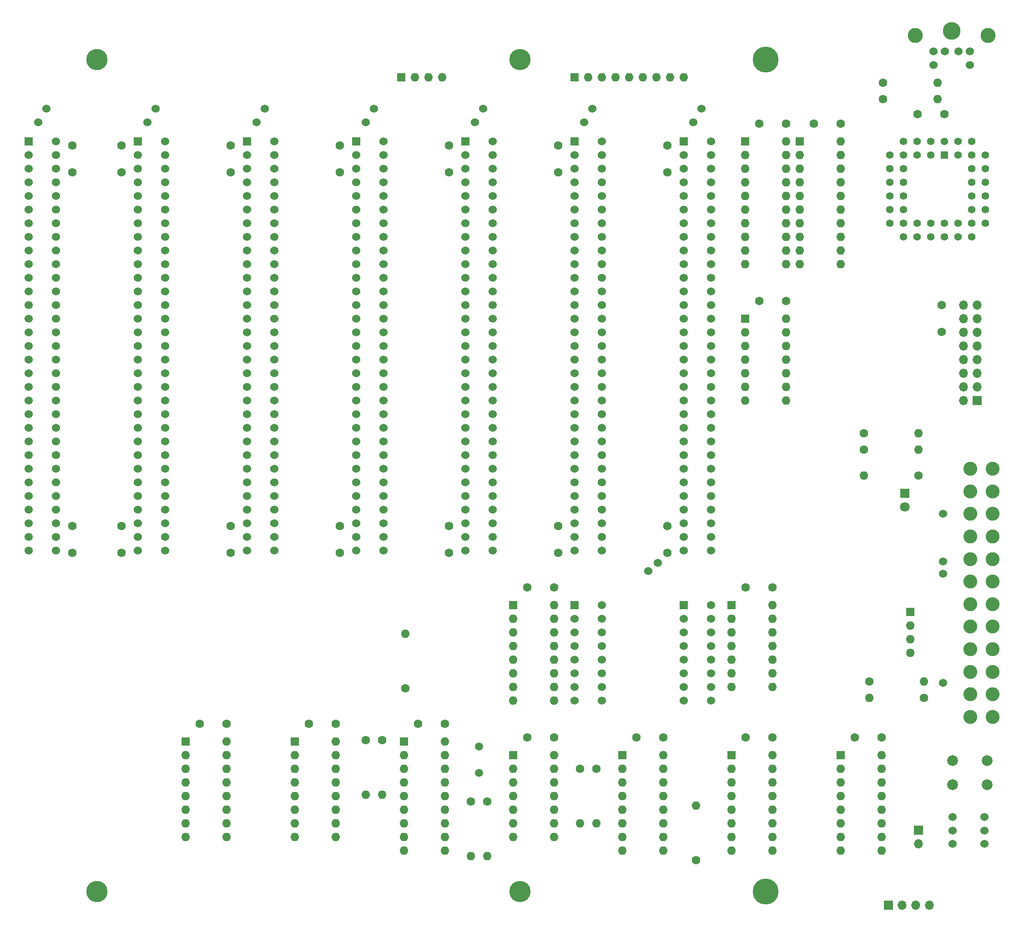
<source format=gbr>
G04 #@! TF.GenerationSoftware,KiCad,Pcbnew,(5.1.8)-1*
G04 #@! TF.CreationDate,2022-05-28T15:43:51-06:00*
G04 #@! TF.ProjectId,Multi,4d756c74-692e-46b6-9963-61645f706362,rev?*
G04 #@! TF.SameCoordinates,Original*
G04 #@! TF.FileFunction,Soldermask,Top*
G04 #@! TF.FilePolarity,Negative*
%FSLAX46Y46*%
G04 Gerber Fmt 4.6, Leading zero omitted, Abs format (unit mm)*
G04 Created by KiCad (PCBNEW (5.1.8)-1) date 2022-05-28 15:43:51*
%MOMM*%
%LPD*%
G01*
G04 APERTURE LIST*
%ADD10O,1.600000X1.600000*%
%ADD11R,1.600000X1.600000*%
%ADD12C,1.600000*%
%ADD13C,1.524000*%
%ADD14C,3.962400*%
%ADD15R,1.524000X1.524000*%
%ADD16C,4.826000*%
%ADD17O,1.700000X1.700000*%
%ADD18R,1.700000X1.700000*%
%ADD19C,2.000000*%
%ADD20C,1.800000*%
%ADD21R,1.800000X1.800000*%
%ADD22C,2.590800*%
%ADD23C,2.794000*%
%ADD24C,3.302000*%
%ADD25C,1.500000*%
%ADD26R,1.422400X1.422400*%
%ADD27C,1.422400*%
G04 APERTURE END LIST*
D10*
G04 #@! TO.C,U2*
X111506000Y-43942000D03*
X103886000Y-66802000D03*
X111506000Y-46482000D03*
X103886000Y-64262000D03*
X111506000Y-49022000D03*
X103886000Y-61722000D03*
X111506000Y-51562000D03*
X103886000Y-59182000D03*
X111506000Y-54102000D03*
X103886000Y-56642000D03*
X111506000Y-56642000D03*
X103886000Y-54102000D03*
X111506000Y-59182000D03*
X103886000Y-51562000D03*
X111506000Y-61722000D03*
X103886000Y-49022000D03*
X111506000Y-64262000D03*
X103886000Y-46482000D03*
X111506000Y-66802000D03*
D11*
X103886000Y-43942000D03*
G04 #@! TD*
D10*
G04 #@! TO.C,U13*
X119126000Y-158242000D03*
X111506000Y-176022000D03*
X119126000Y-160782000D03*
X111506000Y-173482000D03*
X119126000Y-163322000D03*
X111506000Y-170942000D03*
X119126000Y-165862000D03*
X111506000Y-168402000D03*
X119126000Y-168402000D03*
X111506000Y-165862000D03*
X119126000Y-170942000D03*
X111506000Y-163322000D03*
X119126000Y-173482000D03*
X111506000Y-160782000D03*
X119126000Y-176022000D03*
D11*
X111506000Y-158242000D03*
G04 #@! TD*
D12*
G04 #@! TO.C,C19*
X111506000Y-40640000D03*
X106506000Y-40640000D03*
G04 #@! TD*
G04 #@! TO.C,C18*
X119126000Y-154940000D03*
X114126000Y-154940000D03*
G04 #@! TD*
D10*
G04 #@! TO.C,RN3*
X124460000Y-139192000D03*
X124460000Y-136652000D03*
X124460000Y-134112000D03*
D11*
X124460000Y-131572000D03*
G04 #@! TD*
D13*
G04 #@! TO.C,R*
X-36322000Y-37846000D03*
G04 #@! TD*
G04 #@! TO.C,R*
X-37846000Y-40386000D03*
G04 #@! TD*
G04 #@! TO.C,R*
X-16002000Y-37846000D03*
G04 #@! TD*
G04 #@! TO.C,R*
X-17526000Y-40386000D03*
G04 #@! TD*
G04 #@! TO.C,R*
X4318000Y-37846000D03*
G04 #@! TD*
G04 #@! TO.C,R*
X2794000Y-40386000D03*
G04 #@! TD*
D12*
G04 #@! TO.C,C17*
X-2032000Y-49704000D03*
X-2032000Y-44704000D03*
G04 #@! TD*
G04 #@! TO.C,C16*
X-2032000Y-115570000D03*
X-2032000Y-120570000D03*
G04 #@! TD*
G04 #@! TO.C,C15*
X-22352000Y-49704000D03*
X-22352000Y-44704000D03*
G04 #@! TD*
G04 #@! TO.C,C14*
X18288000Y-115570000D03*
X18288000Y-120570000D03*
G04 #@! TD*
G04 #@! TO.C,C13*
X18288000Y-49704000D03*
X18288000Y-44704000D03*
G04 #@! TD*
G04 #@! TO.C,C11*
X-22352000Y-115570000D03*
X-22352000Y-120570000D03*
G04 #@! TD*
G04 #@! TO.C,C27*
X-31496000Y-115570000D03*
X-31496000Y-120570000D03*
G04 #@! TD*
D14*
G04 #@! TO.C,REF\u002A\u002A*
X-26924000Y-183642000D03*
G04 #@! TD*
G04 #@! TO.C,REF\u002A\u002A*
X-26924000Y-28702000D03*
G04 #@! TD*
D13*
G04 #@! TO.C,J14*
X6096000Y-120142000D03*
X6096000Y-117602000D03*
X6096000Y-115062000D03*
X6096000Y-112522000D03*
X6096000Y-109982000D03*
X6096000Y-107442000D03*
X6096000Y-104902000D03*
X6096000Y-102362000D03*
X6096000Y-99822000D03*
X6096000Y-97282000D03*
X6096000Y-94742000D03*
X6096000Y-92202000D03*
X6096000Y-89662000D03*
X6096000Y-87122000D03*
X6096000Y-84582000D03*
X6096000Y-82042000D03*
X6096000Y-79502000D03*
X6096000Y-76962000D03*
X6096000Y-74422000D03*
X6096000Y-71882000D03*
X6096000Y-69342000D03*
X6096000Y-66802000D03*
X6096000Y-64262000D03*
X6096000Y-61722000D03*
X6096000Y-59182000D03*
X6096000Y-56642000D03*
X6096000Y-54102000D03*
X6096000Y-51562000D03*
X6096000Y-49022000D03*
X6096000Y-46482000D03*
X6096000Y-43942000D03*
X1016000Y-120142000D03*
X1016000Y-117602000D03*
X1016000Y-115062000D03*
X1016000Y-112522000D03*
X1016000Y-109982000D03*
X1016000Y-107442000D03*
X1016000Y-104902000D03*
X1016000Y-102362000D03*
X1016000Y-99822000D03*
X1016000Y-97282000D03*
X1016000Y-94742000D03*
X1016000Y-92202000D03*
X1016000Y-89662000D03*
X1016000Y-87122000D03*
X1016000Y-84582000D03*
X1016000Y-82042000D03*
X1016000Y-79502000D03*
X1016000Y-76962000D03*
X1016000Y-74422000D03*
X1016000Y-71882000D03*
X1016000Y-69342000D03*
X1016000Y-66802000D03*
X1016000Y-64262000D03*
X1016000Y-61722000D03*
X1016000Y-59182000D03*
X1016000Y-56642000D03*
X1016000Y-54102000D03*
X1016000Y-51562000D03*
X1016000Y-49022000D03*
X1016000Y-46482000D03*
D15*
X1016000Y-43942000D03*
G04 #@! TD*
D13*
G04 #@! TO.C,J13*
X-14224000Y-120142000D03*
X-14224000Y-117602000D03*
X-14224000Y-115062000D03*
X-14224000Y-112522000D03*
X-14224000Y-109982000D03*
X-14224000Y-107442000D03*
X-14224000Y-104902000D03*
X-14224000Y-102362000D03*
X-14224000Y-99822000D03*
X-14224000Y-97282000D03*
X-14224000Y-94742000D03*
X-14224000Y-92202000D03*
X-14224000Y-89662000D03*
X-14224000Y-87122000D03*
X-14224000Y-84582000D03*
X-14224000Y-82042000D03*
X-14224000Y-79502000D03*
X-14224000Y-76962000D03*
X-14224000Y-74422000D03*
X-14224000Y-71882000D03*
X-14224000Y-69342000D03*
X-14224000Y-66802000D03*
X-14224000Y-64262000D03*
X-14224000Y-61722000D03*
X-14224000Y-59182000D03*
X-14224000Y-56642000D03*
X-14224000Y-54102000D03*
X-14224000Y-51562000D03*
X-14224000Y-49022000D03*
X-14224000Y-46482000D03*
X-14224000Y-43942000D03*
X-19304000Y-120142000D03*
X-19304000Y-117602000D03*
X-19304000Y-115062000D03*
X-19304000Y-112522000D03*
X-19304000Y-109982000D03*
X-19304000Y-107442000D03*
X-19304000Y-104902000D03*
X-19304000Y-102362000D03*
X-19304000Y-99822000D03*
X-19304000Y-97282000D03*
X-19304000Y-94742000D03*
X-19304000Y-92202000D03*
X-19304000Y-89662000D03*
X-19304000Y-87122000D03*
X-19304000Y-84582000D03*
X-19304000Y-82042000D03*
X-19304000Y-79502000D03*
X-19304000Y-76962000D03*
X-19304000Y-74422000D03*
X-19304000Y-71882000D03*
X-19304000Y-69342000D03*
X-19304000Y-66802000D03*
X-19304000Y-64262000D03*
X-19304000Y-61722000D03*
X-19304000Y-59182000D03*
X-19304000Y-56642000D03*
X-19304000Y-54102000D03*
X-19304000Y-51562000D03*
X-19304000Y-49022000D03*
X-19304000Y-46482000D03*
D15*
X-19304000Y-43942000D03*
G04 #@! TD*
D13*
G04 #@! TO.C,J12*
X-34544000Y-120142000D03*
X-34544000Y-117602000D03*
X-34544000Y-115062000D03*
X-34544000Y-112522000D03*
X-34544000Y-109982000D03*
X-34544000Y-107442000D03*
X-34544000Y-104902000D03*
X-34544000Y-102362000D03*
X-34544000Y-99822000D03*
X-34544000Y-97282000D03*
X-34544000Y-94742000D03*
X-34544000Y-92202000D03*
X-34544000Y-89662000D03*
X-34544000Y-87122000D03*
X-34544000Y-84582000D03*
X-34544000Y-82042000D03*
X-34544000Y-79502000D03*
X-34544000Y-76962000D03*
X-34544000Y-74422000D03*
X-34544000Y-71882000D03*
X-34544000Y-69342000D03*
X-34544000Y-66802000D03*
X-34544000Y-64262000D03*
X-34544000Y-61722000D03*
X-34544000Y-59182000D03*
X-34544000Y-56642000D03*
X-34544000Y-54102000D03*
X-34544000Y-51562000D03*
X-34544000Y-49022000D03*
X-34544000Y-46482000D03*
X-34544000Y-43942000D03*
X-39624000Y-120142000D03*
X-39624000Y-117602000D03*
X-39624000Y-115062000D03*
X-39624000Y-112522000D03*
X-39624000Y-109982000D03*
X-39624000Y-107442000D03*
X-39624000Y-104902000D03*
X-39624000Y-102362000D03*
X-39624000Y-99822000D03*
X-39624000Y-97282000D03*
X-39624000Y-94742000D03*
X-39624000Y-92202000D03*
X-39624000Y-89662000D03*
X-39624000Y-87122000D03*
X-39624000Y-84582000D03*
X-39624000Y-82042000D03*
X-39624000Y-79502000D03*
X-39624000Y-76962000D03*
X-39624000Y-74422000D03*
X-39624000Y-71882000D03*
X-39624000Y-69342000D03*
X-39624000Y-66802000D03*
X-39624000Y-64262000D03*
X-39624000Y-61722000D03*
X-39624000Y-59182000D03*
X-39624000Y-56642000D03*
X-39624000Y-54102000D03*
X-39624000Y-51562000D03*
X-39624000Y-49022000D03*
X-39624000Y-46482000D03*
D15*
X-39624000Y-43942000D03*
G04 #@! TD*
D13*
G04 #@! TO.C,J11*
X67056000Y-130302000D03*
X67056000Y-132842000D03*
D15*
X61976000Y-130302000D03*
D13*
X61976000Y-132842000D03*
X61976000Y-135382000D03*
X61976000Y-137922000D03*
X61976000Y-140462000D03*
X61976000Y-143002000D03*
X61976000Y-145542000D03*
X61976000Y-148082000D03*
X67056000Y-148082000D03*
X67056000Y-145542000D03*
X67056000Y-143002000D03*
X67056000Y-140462000D03*
X67056000Y-137922000D03*
X67056000Y-135382000D03*
G04 #@! TD*
D16*
G04 #@! TO.C,REF\u002A\u002A*
X97536000Y-183642000D03*
G04 #@! TD*
D10*
G04 #@! TO.C,RN1*
X37338000Y-32004000D03*
X34798000Y-32004000D03*
X32258000Y-32004000D03*
D11*
X29718000Y-32004000D03*
G04 #@! TD*
D10*
G04 #@! TO.C,R13*
X125984000Y-101346000D03*
D12*
X115824000Y-101346000D03*
G04 #@! TD*
D10*
G04 #@! TO.C,R12*
X125984000Y-98298000D03*
D12*
X115824000Y-98298000D03*
G04 #@! TD*
D10*
G04 #@! TO.C,RN2*
X82296000Y-32004000D03*
X79756000Y-32004000D03*
X77216000Y-32004000D03*
X74676000Y-32004000D03*
X72136000Y-32004000D03*
X69596000Y-32004000D03*
X67056000Y-32004000D03*
X64516000Y-32004000D03*
D11*
X61976000Y-32004000D03*
G04 #@! TD*
D13*
G04 #@! TO.C,R*
X130556000Y-113284000D03*
G04 #@! TD*
G04 #@! TO.C,R*
X130556000Y-122174000D03*
G04 #@! TD*
G04 #@! TO.C,R*
X130556000Y-144780000D03*
G04 #@! TD*
G04 #@! TO.C,R*
X130556000Y-124460000D03*
G04 #@! TD*
D10*
G04 #@! TO.C,R9*
X129540000Y-36040000D03*
D12*
X119380000Y-36040000D03*
G04 #@! TD*
D10*
G04 #@! TO.C,R8*
X129540000Y-33020000D03*
D12*
X119380000Y-33020000D03*
G04 #@! TD*
D10*
G04 #@! TO.C,R7*
X116840000Y-147574000D03*
D12*
X127000000Y-147574000D03*
G04 #@! TD*
D10*
G04 #@! TO.C,R6*
X30480000Y-135636000D03*
D12*
X30480000Y-145796000D03*
G04 #@! TD*
D13*
G04 #@! TO.C,R*
X75692000Y-123952000D03*
G04 #@! TD*
G04 #@! TO.C,R*
X77470000Y-122428000D03*
G04 #@! TD*
D12*
G04 #@! TO.C,C10*
X130302000Y-79422000D03*
X130302000Y-74422000D03*
G04 #@! TD*
G04 #@! TO.C,C9*
X130810000Y-38862000D03*
X125810000Y-38862000D03*
G04 #@! TD*
D10*
G04 #@! TO.C,R4*
X42672000Y-177038000D03*
D12*
X42672000Y-166878000D03*
G04 #@! TD*
D10*
G04 #@! TO.C,R2*
X45720000Y-177038000D03*
D12*
X45720000Y-166878000D03*
G04 #@! TD*
D10*
G04 #@! TO.C,R18*
X26162000Y-165608000D03*
D12*
X26162000Y-155448000D03*
G04 #@! TD*
D10*
G04 #@! TO.C,R17*
X62992000Y-170942000D03*
D12*
X62992000Y-160782000D03*
G04 #@! TD*
D10*
G04 #@! TO.C,R14*
X23114000Y-165608000D03*
D12*
X23114000Y-155448000D03*
G04 #@! TD*
D10*
G04 #@! TO.C,R5*
X127000000Y-144526000D03*
D12*
X116840000Y-144526000D03*
G04 #@! TD*
D10*
G04 #@! TO.C,R3*
X66040000Y-170942000D03*
D12*
X66040000Y-160782000D03*
G04 #@! TD*
D10*
G04 #@! TO.C,R112*
X84582000Y-167640000D03*
D12*
X84582000Y-177800000D03*
G04 #@! TD*
D17*
G04 #@! TO.C,J6*
X125984000Y-174752000D03*
D18*
X125984000Y-172212000D03*
G04 #@! TD*
D17*
G04 #@! TO.C,J3*
X128016000Y-186182000D03*
X125476000Y-186182000D03*
X122936000Y-186182000D03*
D18*
X120396000Y-186182000D03*
G04 #@! TD*
D12*
G04 #@! TO.C,C1*
X101346000Y-73660000D03*
X96346000Y-73660000D03*
G04 #@! TD*
D10*
G04 #@! TO.C,U11*
X78486000Y-158242000D03*
X70866000Y-176022000D03*
X78486000Y-160782000D03*
X70866000Y-173482000D03*
X78486000Y-163322000D03*
X70866000Y-170942000D03*
X78486000Y-165862000D03*
X70866000Y-168402000D03*
X78486000Y-168402000D03*
X70866000Y-165862000D03*
X78486000Y-170942000D03*
X70866000Y-163322000D03*
X78486000Y-173482000D03*
X70866000Y-160782000D03*
X78486000Y-176022000D03*
D11*
X70866000Y-158242000D03*
G04 #@! TD*
D13*
G04 #@! TO.C,J10*
X87376000Y-130302000D03*
X87376000Y-132842000D03*
D15*
X82296000Y-130302000D03*
D13*
X82296000Y-132842000D03*
X82296000Y-135382000D03*
X82296000Y-137922000D03*
X82296000Y-140462000D03*
X82296000Y-143002000D03*
X82296000Y-145542000D03*
X82296000Y-148082000D03*
X87376000Y-148082000D03*
X87376000Y-145542000D03*
X87376000Y-143002000D03*
X87376000Y-140462000D03*
X87376000Y-137922000D03*
X87376000Y-135382000D03*
G04 #@! TD*
D19*
G04 #@! TO.C,SW1*
X138834000Y-159258000D03*
X138834000Y-163758000D03*
X132334000Y-159258000D03*
X132334000Y-163758000D03*
G04 #@! TD*
D10*
G04 #@! TO.C,R1*
X115824000Y-106172000D03*
D12*
X125984000Y-106172000D03*
G04 #@! TD*
D20*
G04 #@! TO.C,D1*
X123444000Y-112014000D03*
D21*
X123444000Y-109474000D03*
G04 #@! TD*
D12*
G04 #@! TO.C,C7*
X101346000Y-40640000D03*
X96346000Y-40640000D03*
G04 #@! TD*
D13*
G04 #@! TO.C,8x8mm1*
X138334000Y-169752000D03*
X138334000Y-172252000D03*
X138334000Y-174752000D03*
X132334000Y-174752000D03*
X132334000Y-172252000D03*
X132334000Y-169752000D03*
G04 #@! TD*
D22*
G04 #@! TO.C,ATXPOWER1*
X139836000Y-146902000D03*
X139836000Y-151102000D03*
X139836000Y-142702000D03*
X139836000Y-104902000D03*
X139836000Y-109102000D03*
X139836000Y-113302000D03*
X139836000Y-117502000D03*
X139836000Y-130102000D03*
X139836000Y-121702000D03*
X139836000Y-125902000D03*
X139836000Y-138502000D03*
X139836000Y-134302000D03*
X135636000Y-151102000D03*
X135636000Y-146902000D03*
X135636000Y-142702000D03*
X135636000Y-138502000D03*
X135636000Y-134302000D03*
X135636000Y-130102000D03*
X135636000Y-125902000D03*
X135636000Y-121702000D03*
X135636000Y-117502000D03*
X135636000Y-113302000D03*
X135636000Y-109102000D03*
X135636000Y-104902000D03*
G04 #@! TD*
D12*
G04 #@! TO.C,C29*
X38608000Y-115570000D03*
X38608000Y-120570000D03*
G04 #@! TD*
G04 #@! TO.C,C28*
X58928000Y-115570000D03*
X58928000Y-120570000D03*
G04 #@! TD*
G04 #@! TO.C,C26*
X79248000Y-115570000D03*
X79248000Y-120570000D03*
G04 #@! TD*
G04 #@! TO.C,C25*
X38608000Y-49704000D03*
X38608000Y-44704000D03*
G04 #@! TD*
G04 #@! TO.C,C24*
X-31496000Y-49704000D03*
X-31496000Y-44704000D03*
G04 #@! TD*
G04 #@! TO.C,C23*
X79248000Y-49704000D03*
X79248000Y-44704000D03*
G04 #@! TD*
G04 #@! TO.C,C22*
X58928000Y-49704000D03*
X58928000Y-44704000D03*
G04 #@! TD*
D23*
G04 #@! TO.C,J2*
X125425200Y-24180800D03*
X138938000Y-24180800D03*
D24*
X132181600Y-23368000D03*
D13*
X135585200Y-29667200D03*
X128778000Y-29667200D03*
X133477000Y-27178000D03*
X130886200Y-27178000D03*
X135585200Y-27178000D03*
X128778000Y-27178000D03*
G04 #@! TD*
D11*
G04 #@! TO.C,U12*
X91186000Y-158242000D03*
D10*
X98806000Y-176022000D03*
X91186000Y-160782000D03*
X98806000Y-173482000D03*
X91186000Y-163322000D03*
X98806000Y-170942000D03*
X91186000Y-165862000D03*
X98806000Y-168402000D03*
X91186000Y-168402000D03*
X98806000Y-165862000D03*
X91186000Y-170942000D03*
X98806000Y-163322000D03*
X91186000Y-173482000D03*
X98806000Y-160782000D03*
X91186000Y-176022000D03*
X98806000Y-158242000D03*
G04 #@! TD*
D13*
G04 #@! TO.C,R*
X43434000Y-40386000D03*
G04 #@! TD*
G04 #@! TO.C,R*
X44958000Y-37846000D03*
G04 #@! TD*
G04 #@! TO.C,R*
X24638000Y-37846000D03*
G04 #@! TD*
G04 #@! TO.C,R*
X23114000Y-40386000D03*
G04 #@! TD*
D14*
G04 #@! TO.C,REF\u002A\u002A*
X51816000Y-183642000D03*
G04 #@! TD*
D16*
G04 #@! TO.C,REF\u002A\u002A*
X97536000Y-28702000D03*
G04 #@! TD*
D14*
G04 #@! TO.C,REF\u002A\u002A*
X51816000Y-28702000D03*
G04 #@! TD*
D13*
G04 #@! TO.C,R*
X84074000Y-40386000D03*
G04 #@! TD*
G04 #@! TO.C,R*
X85598000Y-37846000D03*
G04 #@! TD*
G04 #@! TO.C,R*
X63754000Y-40386000D03*
G04 #@! TD*
G04 #@! TO.C,R*
X65278000Y-37846000D03*
G04 #@! TD*
D17*
G04 #@! TO.C,CH376*
X134366000Y-74422000D03*
X136906000Y-74422000D03*
X134366000Y-76962000D03*
X136906000Y-76962000D03*
X134366000Y-79502000D03*
X136906000Y-79502000D03*
X134366000Y-82042000D03*
X136906000Y-82042000D03*
X134366000Y-84582000D03*
X136906000Y-84582000D03*
X134366000Y-87122000D03*
X136906000Y-87122000D03*
X134366000Y-89662000D03*
X136906000Y-89662000D03*
X134366000Y-92202000D03*
D18*
X136906000Y-92202000D03*
G04 #@! TD*
D10*
G04 #@! TO.C,U7*
X-2794000Y-155702000D03*
X-10414000Y-173482000D03*
X-2794000Y-158242000D03*
X-10414000Y-170942000D03*
X-2794000Y-160782000D03*
X-10414000Y-168402000D03*
X-2794000Y-163322000D03*
X-10414000Y-165862000D03*
X-2794000Y-165862000D03*
X-10414000Y-163322000D03*
X-2794000Y-168402000D03*
X-10414000Y-160782000D03*
X-2794000Y-170942000D03*
X-10414000Y-158242000D03*
X-2794000Y-173482000D03*
D11*
X-10414000Y-155702000D03*
G04 #@! TD*
G04 #@! TO.C,U9*
X30226000Y-155702000D03*
D10*
X37846000Y-176022000D03*
X30226000Y-158242000D03*
X37846000Y-173482000D03*
X30226000Y-160782000D03*
X37846000Y-170942000D03*
X30226000Y-163322000D03*
X37846000Y-168402000D03*
X30226000Y-165862000D03*
X37846000Y-165862000D03*
X30226000Y-168402000D03*
X37846000Y-163322000D03*
X30226000Y-170942000D03*
X37846000Y-160782000D03*
X30226000Y-173482000D03*
X37846000Y-158242000D03*
X30226000Y-176022000D03*
X37846000Y-155702000D03*
G04 #@! TD*
D11*
G04 #@! TO.C,U8*
X9906000Y-155702000D03*
D10*
X17526000Y-173482000D03*
X9906000Y-158242000D03*
X17526000Y-170942000D03*
X9906000Y-160782000D03*
X17526000Y-168402000D03*
X9906000Y-163322000D03*
X17526000Y-165862000D03*
X9906000Y-165862000D03*
X17526000Y-163322000D03*
X9906000Y-168402000D03*
X17526000Y-160782000D03*
X9906000Y-170942000D03*
X17526000Y-158242000D03*
X9906000Y-173482000D03*
X17526000Y-155702000D03*
G04 #@! TD*
D11*
G04 #@! TO.C,U5*
X50546000Y-130302000D03*
D10*
X58166000Y-148082000D03*
X50546000Y-132842000D03*
X58166000Y-145542000D03*
X50546000Y-135382000D03*
X58166000Y-143002000D03*
X50546000Y-137922000D03*
X58166000Y-140462000D03*
X50546000Y-140462000D03*
X58166000Y-137922000D03*
X50546000Y-143002000D03*
X58166000Y-135382000D03*
X50546000Y-145542000D03*
X58166000Y-132842000D03*
X50546000Y-148082000D03*
X58166000Y-130302000D03*
G04 #@! TD*
D11*
G04 #@! TO.C,U10*
X50546000Y-158242000D03*
D10*
X58166000Y-173482000D03*
X50546000Y-160782000D03*
X58166000Y-170942000D03*
X50546000Y-163322000D03*
X58166000Y-168402000D03*
X50546000Y-165862000D03*
X58166000Y-165862000D03*
X50546000Y-168402000D03*
X58166000Y-163322000D03*
X50546000Y-170942000D03*
X58166000Y-160782000D03*
X50546000Y-173482000D03*
X58166000Y-158242000D03*
G04 #@! TD*
D11*
G04 #@! TO.C,U1*
X93726000Y-43942000D03*
D10*
X101346000Y-66802000D03*
X93726000Y-46482000D03*
X101346000Y-64262000D03*
X93726000Y-49022000D03*
X101346000Y-61722000D03*
X93726000Y-51562000D03*
X101346000Y-59182000D03*
X93726000Y-54102000D03*
X101346000Y-56642000D03*
X93726000Y-56642000D03*
X101346000Y-54102000D03*
X93726000Y-59182000D03*
X101346000Y-51562000D03*
X93726000Y-61722000D03*
X101346000Y-49022000D03*
X93726000Y-64262000D03*
X101346000Y-46482000D03*
X93726000Y-66802000D03*
X101346000Y-43942000D03*
G04 #@! TD*
D11*
G04 #@! TO.C,U6*
X91186000Y-130302000D03*
D10*
X98806000Y-145542000D03*
X91186000Y-132842000D03*
X98806000Y-143002000D03*
X91186000Y-135382000D03*
X98806000Y-140462000D03*
X91186000Y-137922000D03*
X98806000Y-137922000D03*
X91186000Y-140462000D03*
X98806000Y-135382000D03*
X91186000Y-143002000D03*
X98806000Y-132842000D03*
X91186000Y-145542000D03*
X98806000Y-130302000D03*
G04 #@! TD*
D25*
G04 #@! TO.C,Y2*
X44196000Y-161544000D03*
X44196000Y-156644000D03*
G04 #@! TD*
D13*
G04 #@! TO.C,J1*
X26416000Y-120142000D03*
X26416000Y-117602000D03*
X26416000Y-115062000D03*
X26416000Y-112522000D03*
X26416000Y-109982000D03*
X26416000Y-107442000D03*
X26416000Y-104902000D03*
X26416000Y-102362000D03*
X26416000Y-99822000D03*
X26416000Y-97282000D03*
X26416000Y-94742000D03*
X26416000Y-92202000D03*
X26416000Y-89662000D03*
X26416000Y-87122000D03*
X26416000Y-84582000D03*
X26416000Y-82042000D03*
X26416000Y-79502000D03*
X26416000Y-76962000D03*
X26416000Y-74422000D03*
X26416000Y-71882000D03*
X26416000Y-69342000D03*
X26416000Y-66802000D03*
X26416000Y-64262000D03*
X26416000Y-61722000D03*
X26416000Y-59182000D03*
X26416000Y-56642000D03*
X26416000Y-54102000D03*
X26416000Y-51562000D03*
X26416000Y-49022000D03*
X26416000Y-46482000D03*
X26416000Y-43942000D03*
X21336000Y-120142000D03*
X21336000Y-117602000D03*
X21336000Y-115062000D03*
X21336000Y-112522000D03*
X21336000Y-109982000D03*
X21336000Y-107442000D03*
X21336000Y-104902000D03*
X21336000Y-102362000D03*
X21336000Y-99822000D03*
X21336000Y-97282000D03*
X21336000Y-94742000D03*
X21336000Y-92202000D03*
X21336000Y-89662000D03*
X21336000Y-87122000D03*
X21336000Y-84582000D03*
X21336000Y-82042000D03*
X21336000Y-79502000D03*
X21336000Y-76962000D03*
X21336000Y-74422000D03*
X21336000Y-71882000D03*
X21336000Y-69342000D03*
X21336000Y-66802000D03*
X21336000Y-64262000D03*
X21336000Y-61722000D03*
X21336000Y-59182000D03*
X21336000Y-56642000D03*
X21336000Y-54102000D03*
X21336000Y-51562000D03*
X21336000Y-49022000D03*
X21336000Y-46482000D03*
D15*
X21336000Y-43942000D03*
G04 #@! TD*
G04 #@! TO.C,J7*
X41656000Y-43942000D03*
D13*
X41656000Y-46482000D03*
X41656000Y-49022000D03*
X41656000Y-51562000D03*
X41656000Y-54102000D03*
X41656000Y-56642000D03*
X41656000Y-59182000D03*
X41656000Y-61722000D03*
X41656000Y-64262000D03*
X41656000Y-66802000D03*
X41656000Y-69342000D03*
X41656000Y-71882000D03*
X41656000Y-74422000D03*
X41656000Y-76962000D03*
X41656000Y-79502000D03*
X41656000Y-82042000D03*
X41656000Y-84582000D03*
X41656000Y-87122000D03*
X41656000Y-89662000D03*
X41656000Y-92202000D03*
X41656000Y-94742000D03*
X41656000Y-97282000D03*
X41656000Y-99822000D03*
X41656000Y-102362000D03*
X41656000Y-104902000D03*
X41656000Y-107442000D03*
X41656000Y-109982000D03*
X41656000Y-112522000D03*
X41656000Y-115062000D03*
X41656000Y-117602000D03*
X41656000Y-120142000D03*
X46736000Y-43942000D03*
X46736000Y-46482000D03*
X46736000Y-49022000D03*
X46736000Y-51562000D03*
X46736000Y-54102000D03*
X46736000Y-56642000D03*
X46736000Y-59182000D03*
X46736000Y-61722000D03*
X46736000Y-64262000D03*
X46736000Y-66802000D03*
X46736000Y-69342000D03*
X46736000Y-71882000D03*
X46736000Y-74422000D03*
X46736000Y-76962000D03*
X46736000Y-79502000D03*
X46736000Y-82042000D03*
X46736000Y-84582000D03*
X46736000Y-87122000D03*
X46736000Y-89662000D03*
X46736000Y-92202000D03*
X46736000Y-94742000D03*
X46736000Y-97282000D03*
X46736000Y-99822000D03*
X46736000Y-102362000D03*
X46736000Y-104902000D03*
X46736000Y-107442000D03*
X46736000Y-109982000D03*
X46736000Y-112522000D03*
X46736000Y-115062000D03*
X46736000Y-117602000D03*
X46736000Y-120142000D03*
G04 #@! TD*
G04 #@! TO.C,J8*
X67056000Y-120142000D03*
X67056000Y-117602000D03*
X67056000Y-115062000D03*
X67056000Y-112522000D03*
X67056000Y-109982000D03*
X67056000Y-107442000D03*
X67056000Y-104902000D03*
X67056000Y-102362000D03*
X67056000Y-99822000D03*
X67056000Y-97282000D03*
X67056000Y-94742000D03*
X67056000Y-92202000D03*
X67056000Y-89662000D03*
X67056000Y-87122000D03*
X67056000Y-84582000D03*
X67056000Y-82042000D03*
X67056000Y-79502000D03*
X67056000Y-76962000D03*
X67056000Y-74422000D03*
X67056000Y-71882000D03*
X67056000Y-69342000D03*
X67056000Y-66802000D03*
X67056000Y-64262000D03*
X67056000Y-61722000D03*
X67056000Y-59182000D03*
X67056000Y-56642000D03*
X67056000Y-54102000D03*
X67056000Y-51562000D03*
X67056000Y-49022000D03*
X67056000Y-46482000D03*
X67056000Y-43942000D03*
X61976000Y-120142000D03*
X61976000Y-117602000D03*
X61976000Y-115062000D03*
X61976000Y-112522000D03*
X61976000Y-109982000D03*
X61976000Y-107442000D03*
X61976000Y-104902000D03*
X61976000Y-102362000D03*
X61976000Y-99822000D03*
X61976000Y-97282000D03*
X61976000Y-94742000D03*
X61976000Y-92202000D03*
X61976000Y-89662000D03*
X61976000Y-87122000D03*
X61976000Y-84582000D03*
X61976000Y-82042000D03*
X61976000Y-79502000D03*
X61976000Y-76962000D03*
X61976000Y-74422000D03*
X61976000Y-71882000D03*
X61976000Y-69342000D03*
X61976000Y-66802000D03*
X61976000Y-64262000D03*
X61976000Y-61722000D03*
X61976000Y-59182000D03*
X61976000Y-56642000D03*
X61976000Y-54102000D03*
X61976000Y-51562000D03*
X61976000Y-49022000D03*
X61976000Y-46482000D03*
D15*
X61976000Y-43942000D03*
G04 #@! TD*
G04 #@! TO.C,J9*
X82296000Y-43942000D03*
D13*
X82296000Y-46482000D03*
X82296000Y-49022000D03*
X82296000Y-51562000D03*
X82296000Y-54102000D03*
X82296000Y-56642000D03*
X82296000Y-59182000D03*
X82296000Y-61722000D03*
X82296000Y-64262000D03*
X82296000Y-66802000D03*
X82296000Y-69342000D03*
X82296000Y-71882000D03*
X82296000Y-74422000D03*
X82296000Y-76962000D03*
X82296000Y-79502000D03*
X82296000Y-82042000D03*
X82296000Y-84582000D03*
X82296000Y-87122000D03*
X82296000Y-89662000D03*
X82296000Y-92202000D03*
X82296000Y-94742000D03*
X82296000Y-97282000D03*
X82296000Y-99822000D03*
X82296000Y-102362000D03*
X82296000Y-104902000D03*
X82296000Y-107442000D03*
X82296000Y-109982000D03*
X82296000Y-112522000D03*
X82296000Y-115062000D03*
X82296000Y-117602000D03*
X82296000Y-120142000D03*
X87376000Y-43942000D03*
X87376000Y-46482000D03*
X87376000Y-49022000D03*
X87376000Y-51562000D03*
X87376000Y-54102000D03*
X87376000Y-56642000D03*
X87376000Y-59182000D03*
X87376000Y-61722000D03*
X87376000Y-64262000D03*
X87376000Y-66802000D03*
X87376000Y-69342000D03*
X87376000Y-71882000D03*
X87376000Y-74422000D03*
X87376000Y-76962000D03*
X87376000Y-79502000D03*
X87376000Y-82042000D03*
X87376000Y-84582000D03*
X87376000Y-87122000D03*
X87376000Y-89662000D03*
X87376000Y-92202000D03*
X87376000Y-94742000D03*
X87376000Y-97282000D03*
X87376000Y-99822000D03*
X87376000Y-102362000D03*
X87376000Y-104902000D03*
X87376000Y-107442000D03*
X87376000Y-109982000D03*
X87376000Y-112522000D03*
X87376000Y-115062000D03*
X87376000Y-117602000D03*
X87376000Y-120142000D03*
G04 #@! TD*
D26*
G04 #@! TO.C,U3*
X130810000Y-46482000D03*
D27*
X128270000Y-46482000D03*
X125730000Y-46482000D03*
X133350000Y-46482000D03*
X135890000Y-46482000D03*
X128270000Y-43942000D03*
X125730000Y-43942000D03*
X123190000Y-43942000D03*
X130810000Y-43942000D03*
X133350000Y-43942000D03*
X123190000Y-46482000D03*
X123190000Y-49022000D03*
X123190000Y-51562000D03*
X123190000Y-54102000D03*
X123190000Y-56642000D03*
X120650000Y-46482000D03*
X120650000Y-49022000D03*
X120650000Y-51562000D03*
X120650000Y-54102000D03*
X120650000Y-56642000D03*
X120650000Y-59182000D03*
X123190000Y-59182000D03*
X125730000Y-59182000D03*
X128270000Y-59182000D03*
X130810000Y-59182000D03*
X133350000Y-59182000D03*
X138430000Y-59182000D03*
X123190000Y-61722000D03*
X125730000Y-61722000D03*
X128270000Y-61722000D03*
X130810000Y-61722000D03*
X133350000Y-61722000D03*
X135890000Y-61722000D03*
X135890000Y-59182000D03*
X135890000Y-56642000D03*
X135890000Y-54102000D03*
X135890000Y-51562000D03*
X135890000Y-49022000D03*
X135890000Y-43942000D03*
X138430000Y-56642000D03*
X138430000Y-54102000D03*
X138430000Y-51562000D03*
X138430000Y-49022000D03*
X138430000Y-46482000D03*
G04 #@! TD*
D11*
G04 #@! TO.C,U4*
X93726000Y-76962000D03*
D10*
X101346000Y-92202000D03*
X93726000Y-79502000D03*
X101346000Y-89662000D03*
X93726000Y-82042000D03*
X101346000Y-87122000D03*
X93726000Y-84582000D03*
X101346000Y-84582000D03*
X93726000Y-87122000D03*
X101346000Y-82042000D03*
X93726000Y-89662000D03*
X101346000Y-79502000D03*
X93726000Y-92202000D03*
X101346000Y-76962000D03*
G04 #@! TD*
D12*
G04 #@! TO.C,C1*
X-2794000Y-152400000D03*
X-7794000Y-152400000D03*
G04 #@! TD*
G04 #@! TO.C,C2*
X12526000Y-152400000D03*
X17526000Y-152400000D03*
G04 #@! TD*
G04 #@! TO.C,C3*
X98806000Y-154940000D03*
X93806000Y-154940000D03*
G04 #@! TD*
G04 #@! TO.C,C4*
X53166000Y-154940000D03*
X58166000Y-154940000D03*
G04 #@! TD*
G04 #@! TO.C,C5*
X93806000Y-127000000D03*
X98806000Y-127000000D03*
G04 #@! TD*
G04 #@! TO.C,C6*
X78486000Y-154940000D03*
X73486000Y-154940000D03*
G04 #@! TD*
G04 #@! TO.C,C8*
X53166000Y-127000000D03*
X58166000Y-127000000D03*
G04 #@! TD*
G04 #@! TO.C,C12*
X37846000Y-152400000D03*
X32846000Y-152400000D03*
G04 #@! TD*
M02*

</source>
